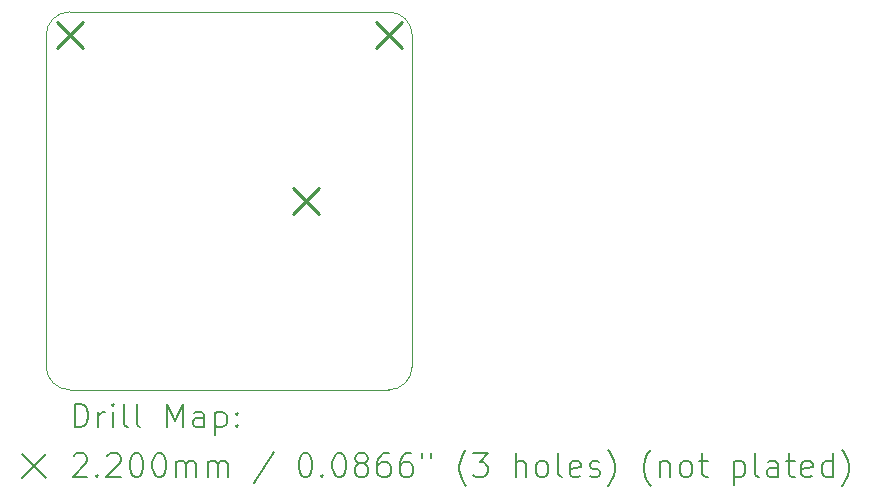
<source format=gbr>
%TF.GenerationSoftware,KiCad,Pcbnew,7.0.1*%
%TF.CreationDate,2023-07-15T02:44:38+02:00*%
%TF.ProjectId,ADS1115_POTENTIOMETER,41445331-3131-4355-9f50-4f54454e5449,1*%
%TF.SameCoordinates,Original*%
%TF.FileFunction,Drillmap*%
%TF.FilePolarity,Positive*%
%FSLAX45Y45*%
G04 Gerber Fmt 4.5, Leading zero omitted, Abs format (unit mm)*
G04 Created by KiCad (PCBNEW 7.0.1) date 2023-07-15 02:44:38*
%MOMM*%
%LPD*%
G01*
G04 APERTURE LIST*
%ADD10C,0.100000*%
%ADD11C,0.200000*%
%ADD12C,0.220000*%
G04 APERTURE END LIST*
D10*
X8839545Y-4881037D02*
X8839545Y-7681036D01*
X11739545Y-4681037D02*
X9039545Y-4681037D01*
X11939545Y-7681036D02*
X11939545Y-4881037D01*
X9039545Y-7881036D02*
X11739545Y-7881036D01*
X8839545Y-7681036D02*
G75*
G03*
X9039545Y-7881036I200000J0D01*
G01*
X11739545Y-7881036D02*
G75*
G03*
X11939545Y-7681036I0J200000D01*
G01*
X11939545Y-4881037D02*
G75*
G03*
X11739545Y-4681037I-200000J0D01*
G01*
X9039545Y-4681037D02*
G75*
G03*
X8839545Y-4881037I0J-200000D01*
G01*
D11*
D12*
X8929545Y-4771037D02*
X9149545Y-4991037D01*
X9149545Y-4771037D02*
X8929545Y-4991037D01*
X10930795Y-6171786D02*
X11150795Y-6391786D01*
X11150795Y-6171786D02*
X10930795Y-6391786D01*
X11629545Y-4771037D02*
X11849545Y-4991037D01*
X11849545Y-4771037D02*
X11629545Y-4991037D01*
D11*
X9082164Y-8198560D02*
X9082164Y-7998560D01*
X9082164Y-7998560D02*
X9129783Y-7998560D01*
X9129783Y-7998560D02*
X9158355Y-8008084D01*
X9158355Y-8008084D02*
X9177402Y-8027132D01*
X9177402Y-8027132D02*
X9186926Y-8046179D01*
X9186926Y-8046179D02*
X9196450Y-8084274D01*
X9196450Y-8084274D02*
X9196450Y-8112846D01*
X9196450Y-8112846D02*
X9186926Y-8150941D01*
X9186926Y-8150941D02*
X9177402Y-8169989D01*
X9177402Y-8169989D02*
X9158355Y-8189036D01*
X9158355Y-8189036D02*
X9129783Y-8198560D01*
X9129783Y-8198560D02*
X9082164Y-8198560D01*
X9282164Y-8198560D02*
X9282164Y-8065227D01*
X9282164Y-8103322D02*
X9291688Y-8084274D01*
X9291688Y-8084274D02*
X9301212Y-8074751D01*
X9301212Y-8074751D02*
X9320259Y-8065227D01*
X9320259Y-8065227D02*
X9339307Y-8065227D01*
X9405974Y-8198560D02*
X9405974Y-8065227D01*
X9405974Y-7998560D02*
X9396450Y-8008084D01*
X9396450Y-8008084D02*
X9405974Y-8017608D01*
X9405974Y-8017608D02*
X9415498Y-8008084D01*
X9415498Y-8008084D02*
X9405974Y-7998560D01*
X9405974Y-7998560D02*
X9405974Y-8017608D01*
X9529783Y-8198560D02*
X9510736Y-8189036D01*
X9510736Y-8189036D02*
X9501212Y-8169989D01*
X9501212Y-8169989D02*
X9501212Y-7998560D01*
X9634545Y-8198560D02*
X9615498Y-8189036D01*
X9615498Y-8189036D02*
X9605974Y-8169989D01*
X9605974Y-8169989D02*
X9605974Y-7998560D01*
X9863117Y-8198560D02*
X9863117Y-7998560D01*
X9863117Y-7998560D02*
X9929783Y-8141417D01*
X9929783Y-8141417D02*
X9996450Y-7998560D01*
X9996450Y-7998560D02*
X9996450Y-8198560D01*
X10177402Y-8198560D02*
X10177402Y-8093798D01*
X10177402Y-8093798D02*
X10167879Y-8074751D01*
X10167879Y-8074751D02*
X10148831Y-8065227D01*
X10148831Y-8065227D02*
X10110736Y-8065227D01*
X10110736Y-8065227D02*
X10091688Y-8074751D01*
X10177402Y-8189036D02*
X10158355Y-8198560D01*
X10158355Y-8198560D02*
X10110736Y-8198560D01*
X10110736Y-8198560D02*
X10091688Y-8189036D01*
X10091688Y-8189036D02*
X10082164Y-8169989D01*
X10082164Y-8169989D02*
X10082164Y-8150941D01*
X10082164Y-8150941D02*
X10091688Y-8131894D01*
X10091688Y-8131894D02*
X10110736Y-8122370D01*
X10110736Y-8122370D02*
X10158355Y-8122370D01*
X10158355Y-8122370D02*
X10177402Y-8112846D01*
X10272640Y-8065227D02*
X10272640Y-8265227D01*
X10272640Y-8074751D02*
X10291688Y-8065227D01*
X10291688Y-8065227D02*
X10329783Y-8065227D01*
X10329783Y-8065227D02*
X10348831Y-8074751D01*
X10348831Y-8074751D02*
X10358355Y-8084274D01*
X10358355Y-8084274D02*
X10367879Y-8103322D01*
X10367879Y-8103322D02*
X10367879Y-8160465D01*
X10367879Y-8160465D02*
X10358355Y-8179513D01*
X10358355Y-8179513D02*
X10348831Y-8189036D01*
X10348831Y-8189036D02*
X10329783Y-8198560D01*
X10329783Y-8198560D02*
X10291688Y-8198560D01*
X10291688Y-8198560D02*
X10272640Y-8189036D01*
X10453593Y-8179513D02*
X10463117Y-8189036D01*
X10463117Y-8189036D02*
X10453593Y-8198560D01*
X10453593Y-8198560D02*
X10444069Y-8189036D01*
X10444069Y-8189036D02*
X10453593Y-8179513D01*
X10453593Y-8179513D02*
X10453593Y-8198560D01*
X10453593Y-8074751D02*
X10463117Y-8084274D01*
X10463117Y-8084274D02*
X10453593Y-8093798D01*
X10453593Y-8093798D02*
X10444069Y-8084274D01*
X10444069Y-8084274D02*
X10453593Y-8074751D01*
X10453593Y-8074751D02*
X10453593Y-8093798D01*
X8634545Y-8426037D02*
X8834545Y-8626037D01*
X8834545Y-8426037D02*
X8634545Y-8626037D01*
X9072640Y-8437608D02*
X9082164Y-8428084D01*
X9082164Y-8428084D02*
X9101212Y-8418560D01*
X9101212Y-8418560D02*
X9148831Y-8418560D01*
X9148831Y-8418560D02*
X9167879Y-8428084D01*
X9167879Y-8428084D02*
X9177402Y-8437608D01*
X9177402Y-8437608D02*
X9186926Y-8456656D01*
X9186926Y-8456656D02*
X9186926Y-8475703D01*
X9186926Y-8475703D02*
X9177402Y-8504275D01*
X9177402Y-8504275D02*
X9063117Y-8618560D01*
X9063117Y-8618560D02*
X9186926Y-8618560D01*
X9272640Y-8599513D02*
X9282164Y-8609037D01*
X9282164Y-8609037D02*
X9272640Y-8618560D01*
X9272640Y-8618560D02*
X9263117Y-8609037D01*
X9263117Y-8609037D02*
X9272640Y-8599513D01*
X9272640Y-8599513D02*
X9272640Y-8618560D01*
X9358355Y-8437608D02*
X9367879Y-8428084D01*
X9367879Y-8428084D02*
X9386926Y-8418560D01*
X9386926Y-8418560D02*
X9434545Y-8418560D01*
X9434545Y-8418560D02*
X9453593Y-8428084D01*
X9453593Y-8428084D02*
X9463117Y-8437608D01*
X9463117Y-8437608D02*
X9472640Y-8456656D01*
X9472640Y-8456656D02*
X9472640Y-8475703D01*
X9472640Y-8475703D02*
X9463117Y-8504275D01*
X9463117Y-8504275D02*
X9348831Y-8618560D01*
X9348831Y-8618560D02*
X9472640Y-8618560D01*
X9596450Y-8418560D02*
X9615498Y-8418560D01*
X9615498Y-8418560D02*
X9634545Y-8428084D01*
X9634545Y-8428084D02*
X9644069Y-8437608D01*
X9644069Y-8437608D02*
X9653593Y-8456656D01*
X9653593Y-8456656D02*
X9663117Y-8494751D01*
X9663117Y-8494751D02*
X9663117Y-8542370D01*
X9663117Y-8542370D02*
X9653593Y-8580465D01*
X9653593Y-8580465D02*
X9644069Y-8599513D01*
X9644069Y-8599513D02*
X9634545Y-8609037D01*
X9634545Y-8609037D02*
X9615498Y-8618560D01*
X9615498Y-8618560D02*
X9596450Y-8618560D01*
X9596450Y-8618560D02*
X9577402Y-8609037D01*
X9577402Y-8609037D02*
X9567879Y-8599513D01*
X9567879Y-8599513D02*
X9558355Y-8580465D01*
X9558355Y-8580465D02*
X9548831Y-8542370D01*
X9548831Y-8542370D02*
X9548831Y-8494751D01*
X9548831Y-8494751D02*
X9558355Y-8456656D01*
X9558355Y-8456656D02*
X9567879Y-8437608D01*
X9567879Y-8437608D02*
X9577402Y-8428084D01*
X9577402Y-8428084D02*
X9596450Y-8418560D01*
X9786926Y-8418560D02*
X9805974Y-8418560D01*
X9805974Y-8418560D02*
X9825021Y-8428084D01*
X9825021Y-8428084D02*
X9834545Y-8437608D01*
X9834545Y-8437608D02*
X9844069Y-8456656D01*
X9844069Y-8456656D02*
X9853593Y-8494751D01*
X9853593Y-8494751D02*
X9853593Y-8542370D01*
X9853593Y-8542370D02*
X9844069Y-8580465D01*
X9844069Y-8580465D02*
X9834545Y-8599513D01*
X9834545Y-8599513D02*
X9825021Y-8609037D01*
X9825021Y-8609037D02*
X9805974Y-8618560D01*
X9805974Y-8618560D02*
X9786926Y-8618560D01*
X9786926Y-8618560D02*
X9767879Y-8609037D01*
X9767879Y-8609037D02*
X9758355Y-8599513D01*
X9758355Y-8599513D02*
X9748831Y-8580465D01*
X9748831Y-8580465D02*
X9739307Y-8542370D01*
X9739307Y-8542370D02*
X9739307Y-8494751D01*
X9739307Y-8494751D02*
X9748831Y-8456656D01*
X9748831Y-8456656D02*
X9758355Y-8437608D01*
X9758355Y-8437608D02*
X9767879Y-8428084D01*
X9767879Y-8428084D02*
X9786926Y-8418560D01*
X9939307Y-8618560D02*
X9939307Y-8485227D01*
X9939307Y-8504275D02*
X9948831Y-8494751D01*
X9948831Y-8494751D02*
X9967879Y-8485227D01*
X9967879Y-8485227D02*
X9996450Y-8485227D01*
X9996450Y-8485227D02*
X10015498Y-8494751D01*
X10015498Y-8494751D02*
X10025021Y-8513798D01*
X10025021Y-8513798D02*
X10025021Y-8618560D01*
X10025021Y-8513798D02*
X10034545Y-8494751D01*
X10034545Y-8494751D02*
X10053593Y-8485227D01*
X10053593Y-8485227D02*
X10082164Y-8485227D01*
X10082164Y-8485227D02*
X10101212Y-8494751D01*
X10101212Y-8494751D02*
X10110736Y-8513798D01*
X10110736Y-8513798D02*
X10110736Y-8618560D01*
X10205974Y-8618560D02*
X10205974Y-8485227D01*
X10205974Y-8504275D02*
X10215498Y-8494751D01*
X10215498Y-8494751D02*
X10234545Y-8485227D01*
X10234545Y-8485227D02*
X10263117Y-8485227D01*
X10263117Y-8485227D02*
X10282164Y-8494751D01*
X10282164Y-8494751D02*
X10291688Y-8513798D01*
X10291688Y-8513798D02*
X10291688Y-8618560D01*
X10291688Y-8513798D02*
X10301212Y-8494751D01*
X10301212Y-8494751D02*
X10320260Y-8485227D01*
X10320260Y-8485227D02*
X10348831Y-8485227D01*
X10348831Y-8485227D02*
X10367879Y-8494751D01*
X10367879Y-8494751D02*
X10377402Y-8513798D01*
X10377402Y-8513798D02*
X10377402Y-8618560D01*
X10767879Y-8409037D02*
X10596450Y-8666179D01*
X11025022Y-8418560D02*
X11044069Y-8418560D01*
X11044069Y-8418560D02*
X11063117Y-8428084D01*
X11063117Y-8428084D02*
X11072641Y-8437608D01*
X11072641Y-8437608D02*
X11082164Y-8456656D01*
X11082164Y-8456656D02*
X11091688Y-8494751D01*
X11091688Y-8494751D02*
X11091688Y-8542370D01*
X11091688Y-8542370D02*
X11082164Y-8580465D01*
X11082164Y-8580465D02*
X11072641Y-8599513D01*
X11072641Y-8599513D02*
X11063117Y-8609037D01*
X11063117Y-8609037D02*
X11044069Y-8618560D01*
X11044069Y-8618560D02*
X11025022Y-8618560D01*
X11025022Y-8618560D02*
X11005974Y-8609037D01*
X11005974Y-8609037D02*
X10996450Y-8599513D01*
X10996450Y-8599513D02*
X10986926Y-8580465D01*
X10986926Y-8580465D02*
X10977403Y-8542370D01*
X10977403Y-8542370D02*
X10977403Y-8494751D01*
X10977403Y-8494751D02*
X10986926Y-8456656D01*
X10986926Y-8456656D02*
X10996450Y-8437608D01*
X10996450Y-8437608D02*
X11005974Y-8428084D01*
X11005974Y-8428084D02*
X11025022Y-8418560D01*
X11177403Y-8599513D02*
X11186926Y-8609037D01*
X11186926Y-8609037D02*
X11177403Y-8618560D01*
X11177403Y-8618560D02*
X11167879Y-8609037D01*
X11167879Y-8609037D02*
X11177403Y-8599513D01*
X11177403Y-8599513D02*
X11177403Y-8618560D01*
X11310736Y-8418560D02*
X11329783Y-8418560D01*
X11329783Y-8418560D02*
X11348831Y-8428084D01*
X11348831Y-8428084D02*
X11358355Y-8437608D01*
X11358355Y-8437608D02*
X11367879Y-8456656D01*
X11367879Y-8456656D02*
X11377402Y-8494751D01*
X11377402Y-8494751D02*
X11377402Y-8542370D01*
X11377402Y-8542370D02*
X11367879Y-8580465D01*
X11367879Y-8580465D02*
X11358355Y-8599513D01*
X11358355Y-8599513D02*
X11348831Y-8609037D01*
X11348831Y-8609037D02*
X11329783Y-8618560D01*
X11329783Y-8618560D02*
X11310736Y-8618560D01*
X11310736Y-8618560D02*
X11291688Y-8609037D01*
X11291688Y-8609037D02*
X11282164Y-8599513D01*
X11282164Y-8599513D02*
X11272641Y-8580465D01*
X11272641Y-8580465D02*
X11263117Y-8542370D01*
X11263117Y-8542370D02*
X11263117Y-8494751D01*
X11263117Y-8494751D02*
X11272641Y-8456656D01*
X11272641Y-8456656D02*
X11282164Y-8437608D01*
X11282164Y-8437608D02*
X11291688Y-8428084D01*
X11291688Y-8428084D02*
X11310736Y-8418560D01*
X11491688Y-8504275D02*
X11472641Y-8494751D01*
X11472641Y-8494751D02*
X11463117Y-8485227D01*
X11463117Y-8485227D02*
X11453593Y-8466179D01*
X11453593Y-8466179D02*
X11453593Y-8456656D01*
X11453593Y-8456656D02*
X11463117Y-8437608D01*
X11463117Y-8437608D02*
X11472641Y-8428084D01*
X11472641Y-8428084D02*
X11491688Y-8418560D01*
X11491688Y-8418560D02*
X11529783Y-8418560D01*
X11529783Y-8418560D02*
X11548831Y-8428084D01*
X11548831Y-8428084D02*
X11558355Y-8437608D01*
X11558355Y-8437608D02*
X11567879Y-8456656D01*
X11567879Y-8456656D02*
X11567879Y-8466179D01*
X11567879Y-8466179D02*
X11558355Y-8485227D01*
X11558355Y-8485227D02*
X11548831Y-8494751D01*
X11548831Y-8494751D02*
X11529783Y-8504275D01*
X11529783Y-8504275D02*
X11491688Y-8504275D01*
X11491688Y-8504275D02*
X11472641Y-8513798D01*
X11472641Y-8513798D02*
X11463117Y-8523322D01*
X11463117Y-8523322D02*
X11453593Y-8542370D01*
X11453593Y-8542370D02*
X11453593Y-8580465D01*
X11453593Y-8580465D02*
X11463117Y-8599513D01*
X11463117Y-8599513D02*
X11472641Y-8609037D01*
X11472641Y-8609037D02*
X11491688Y-8618560D01*
X11491688Y-8618560D02*
X11529783Y-8618560D01*
X11529783Y-8618560D02*
X11548831Y-8609037D01*
X11548831Y-8609037D02*
X11558355Y-8599513D01*
X11558355Y-8599513D02*
X11567879Y-8580465D01*
X11567879Y-8580465D02*
X11567879Y-8542370D01*
X11567879Y-8542370D02*
X11558355Y-8523322D01*
X11558355Y-8523322D02*
X11548831Y-8513798D01*
X11548831Y-8513798D02*
X11529783Y-8504275D01*
X11739307Y-8418560D02*
X11701212Y-8418560D01*
X11701212Y-8418560D02*
X11682164Y-8428084D01*
X11682164Y-8428084D02*
X11672641Y-8437608D01*
X11672641Y-8437608D02*
X11653593Y-8466179D01*
X11653593Y-8466179D02*
X11644069Y-8504275D01*
X11644069Y-8504275D02*
X11644069Y-8580465D01*
X11644069Y-8580465D02*
X11653593Y-8599513D01*
X11653593Y-8599513D02*
X11663117Y-8609037D01*
X11663117Y-8609037D02*
X11682164Y-8618560D01*
X11682164Y-8618560D02*
X11720260Y-8618560D01*
X11720260Y-8618560D02*
X11739307Y-8609037D01*
X11739307Y-8609037D02*
X11748831Y-8599513D01*
X11748831Y-8599513D02*
X11758355Y-8580465D01*
X11758355Y-8580465D02*
X11758355Y-8532846D01*
X11758355Y-8532846D02*
X11748831Y-8513798D01*
X11748831Y-8513798D02*
X11739307Y-8504275D01*
X11739307Y-8504275D02*
X11720260Y-8494751D01*
X11720260Y-8494751D02*
X11682164Y-8494751D01*
X11682164Y-8494751D02*
X11663117Y-8504275D01*
X11663117Y-8504275D02*
X11653593Y-8513798D01*
X11653593Y-8513798D02*
X11644069Y-8532846D01*
X11929783Y-8418560D02*
X11891688Y-8418560D01*
X11891688Y-8418560D02*
X11872641Y-8428084D01*
X11872641Y-8428084D02*
X11863117Y-8437608D01*
X11863117Y-8437608D02*
X11844069Y-8466179D01*
X11844069Y-8466179D02*
X11834545Y-8504275D01*
X11834545Y-8504275D02*
X11834545Y-8580465D01*
X11834545Y-8580465D02*
X11844069Y-8599513D01*
X11844069Y-8599513D02*
X11853593Y-8609037D01*
X11853593Y-8609037D02*
X11872641Y-8618560D01*
X11872641Y-8618560D02*
X11910736Y-8618560D01*
X11910736Y-8618560D02*
X11929783Y-8609037D01*
X11929783Y-8609037D02*
X11939307Y-8599513D01*
X11939307Y-8599513D02*
X11948831Y-8580465D01*
X11948831Y-8580465D02*
X11948831Y-8532846D01*
X11948831Y-8532846D02*
X11939307Y-8513798D01*
X11939307Y-8513798D02*
X11929783Y-8504275D01*
X11929783Y-8504275D02*
X11910736Y-8494751D01*
X11910736Y-8494751D02*
X11872641Y-8494751D01*
X11872641Y-8494751D02*
X11853593Y-8504275D01*
X11853593Y-8504275D02*
X11844069Y-8513798D01*
X11844069Y-8513798D02*
X11834545Y-8532846D01*
X12025022Y-8418560D02*
X12025022Y-8456656D01*
X12101212Y-8418560D02*
X12101212Y-8456656D01*
X12396450Y-8694751D02*
X12386926Y-8685227D01*
X12386926Y-8685227D02*
X12367879Y-8656656D01*
X12367879Y-8656656D02*
X12358355Y-8637608D01*
X12358355Y-8637608D02*
X12348831Y-8609037D01*
X12348831Y-8609037D02*
X12339307Y-8561417D01*
X12339307Y-8561417D02*
X12339307Y-8523322D01*
X12339307Y-8523322D02*
X12348831Y-8475703D01*
X12348831Y-8475703D02*
X12358355Y-8447132D01*
X12358355Y-8447132D02*
X12367879Y-8428084D01*
X12367879Y-8428084D02*
X12386926Y-8399513D01*
X12386926Y-8399513D02*
X12396450Y-8389989D01*
X12453593Y-8418560D02*
X12577403Y-8418560D01*
X12577403Y-8418560D02*
X12510736Y-8494751D01*
X12510736Y-8494751D02*
X12539307Y-8494751D01*
X12539307Y-8494751D02*
X12558355Y-8504275D01*
X12558355Y-8504275D02*
X12567879Y-8513798D01*
X12567879Y-8513798D02*
X12577403Y-8532846D01*
X12577403Y-8532846D02*
X12577403Y-8580465D01*
X12577403Y-8580465D02*
X12567879Y-8599513D01*
X12567879Y-8599513D02*
X12558355Y-8609037D01*
X12558355Y-8609037D02*
X12539307Y-8618560D01*
X12539307Y-8618560D02*
X12482164Y-8618560D01*
X12482164Y-8618560D02*
X12463117Y-8609037D01*
X12463117Y-8609037D02*
X12453593Y-8599513D01*
X12815498Y-8618560D02*
X12815498Y-8418560D01*
X12901212Y-8618560D02*
X12901212Y-8513798D01*
X12901212Y-8513798D02*
X12891688Y-8494751D01*
X12891688Y-8494751D02*
X12872641Y-8485227D01*
X12872641Y-8485227D02*
X12844069Y-8485227D01*
X12844069Y-8485227D02*
X12825022Y-8494751D01*
X12825022Y-8494751D02*
X12815498Y-8504275D01*
X13025022Y-8618560D02*
X13005974Y-8609037D01*
X13005974Y-8609037D02*
X12996450Y-8599513D01*
X12996450Y-8599513D02*
X12986926Y-8580465D01*
X12986926Y-8580465D02*
X12986926Y-8523322D01*
X12986926Y-8523322D02*
X12996450Y-8504275D01*
X12996450Y-8504275D02*
X13005974Y-8494751D01*
X13005974Y-8494751D02*
X13025022Y-8485227D01*
X13025022Y-8485227D02*
X13053593Y-8485227D01*
X13053593Y-8485227D02*
X13072641Y-8494751D01*
X13072641Y-8494751D02*
X13082165Y-8504275D01*
X13082165Y-8504275D02*
X13091688Y-8523322D01*
X13091688Y-8523322D02*
X13091688Y-8580465D01*
X13091688Y-8580465D02*
X13082165Y-8599513D01*
X13082165Y-8599513D02*
X13072641Y-8609037D01*
X13072641Y-8609037D02*
X13053593Y-8618560D01*
X13053593Y-8618560D02*
X13025022Y-8618560D01*
X13205974Y-8618560D02*
X13186926Y-8609037D01*
X13186926Y-8609037D02*
X13177403Y-8589989D01*
X13177403Y-8589989D02*
X13177403Y-8418560D01*
X13358355Y-8609037D02*
X13339307Y-8618560D01*
X13339307Y-8618560D02*
X13301212Y-8618560D01*
X13301212Y-8618560D02*
X13282165Y-8609037D01*
X13282165Y-8609037D02*
X13272641Y-8589989D01*
X13272641Y-8589989D02*
X13272641Y-8513798D01*
X13272641Y-8513798D02*
X13282165Y-8494751D01*
X13282165Y-8494751D02*
X13301212Y-8485227D01*
X13301212Y-8485227D02*
X13339307Y-8485227D01*
X13339307Y-8485227D02*
X13358355Y-8494751D01*
X13358355Y-8494751D02*
X13367879Y-8513798D01*
X13367879Y-8513798D02*
X13367879Y-8532846D01*
X13367879Y-8532846D02*
X13272641Y-8551894D01*
X13444069Y-8609037D02*
X13463117Y-8618560D01*
X13463117Y-8618560D02*
X13501212Y-8618560D01*
X13501212Y-8618560D02*
X13520260Y-8609037D01*
X13520260Y-8609037D02*
X13529784Y-8589989D01*
X13529784Y-8589989D02*
X13529784Y-8580465D01*
X13529784Y-8580465D02*
X13520260Y-8561417D01*
X13520260Y-8561417D02*
X13501212Y-8551894D01*
X13501212Y-8551894D02*
X13472641Y-8551894D01*
X13472641Y-8551894D02*
X13453593Y-8542370D01*
X13453593Y-8542370D02*
X13444069Y-8523322D01*
X13444069Y-8523322D02*
X13444069Y-8513798D01*
X13444069Y-8513798D02*
X13453593Y-8494751D01*
X13453593Y-8494751D02*
X13472641Y-8485227D01*
X13472641Y-8485227D02*
X13501212Y-8485227D01*
X13501212Y-8485227D02*
X13520260Y-8494751D01*
X13596450Y-8694751D02*
X13605974Y-8685227D01*
X13605974Y-8685227D02*
X13625022Y-8656656D01*
X13625022Y-8656656D02*
X13634546Y-8637608D01*
X13634546Y-8637608D02*
X13644069Y-8609037D01*
X13644069Y-8609037D02*
X13653593Y-8561417D01*
X13653593Y-8561417D02*
X13653593Y-8523322D01*
X13653593Y-8523322D02*
X13644069Y-8475703D01*
X13644069Y-8475703D02*
X13634546Y-8447132D01*
X13634546Y-8447132D02*
X13625022Y-8428084D01*
X13625022Y-8428084D02*
X13605974Y-8399513D01*
X13605974Y-8399513D02*
X13596450Y-8389989D01*
X13958355Y-8694751D02*
X13948831Y-8685227D01*
X13948831Y-8685227D02*
X13929784Y-8656656D01*
X13929784Y-8656656D02*
X13920260Y-8637608D01*
X13920260Y-8637608D02*
X13910736Y-8609037D01*
X13910736Y-8609037D02*
X13901212Y-8561417D01*
X13901212Y-8561417D02*
X13901212Y-8523322D01*
X13901212Y-8523322D02*
X13910736Y-8475703D01*
X13910736Y-8475703D02*
X13920260Y-8447132D01*
X13920260Y-8447132D02*
X13929784Y-8428084D01*
X13929784Y-8428084D02*
X13948831Y-8399513D01*
X13948831Y-8399513D02*
X13958355Y-8389989D01*
X14034546Y-8485227D02*
X14034546Y-8618560D01*
X14034546Y-8504275D02*
X14044069Y-8494751D01*
X14044069Y-8494751D02*
X14063117Y-8485227D01*
X14063117Y-8485227D02*
X14091688Y-8485227D01*
X14091688Y-8485227D02*
X14110736Y-8494751D01*
X14110736Y-8494751D02*
X14120260Y-8513798D01*
X14120260Y-8513798D02*
X14120260Y-8618560D01*
X14244069Y-8618560D02*
X14225022Y-8609037D01*
X14225022Y-8609037D02*
X14215498Y-8599513D01*
X14215498Y-8599513D02*
X14205974Y-8580465D01*
X14205974Y-8580465D02*
X14205974Y-8523322D01*
X14205974Y-8523322D02*
X14215498Y-8504275D01*
X14215498Y-8504275D02*
X14225022Y-8494751D01*
X14225022Y-8494751D02*
X14244069Y-8485227D01*
X14244069Y-8485227D02*
X14272641Y-8485227D01*
X14272641Y-8485227D02*
X14291688Y-8494751D01*
X14291688Y-8494751D02*
X14301212Y-8504275D01*
X14301212Y-8504275D02*
X14310736Y-8523322D01*
X14310736Y-8523322D02*
X14310736Y-8580465D01*
X14310736Y-8580465D02*
X14301212Y-8599513D01*
X14301212Y-8599513D02*
X14291688Y-8609037D01*
X14291688Y-8609037D02*
X14272641Y-8618560D01*
X14272641Y-8618560D02*
X14244069Y-8618560D01*
X14367879Y-8485227D02*
X14444069Y-8485227D01*
X14396450Y-8418560D02*
X14396450Y-8589989D01*
X14396450Y-8589989D02*
X14405974Y-8609037D01*
X14405974Y-8609037D02*
X14425022Y-8618560D01*
X14425022Y-8618560D02*
X14444069Y-8618560D01*
X14663117Y-8485227D02*
X14663117Y-8685227D01*
X14663117Y-8494751D02*
X14682165Y-8485227D01*
X14682165Y-8485227D02*
X14720260Y-8485227D01*
X14720260Y-8485227D02*
X14739308Y-8494751D01*
X14739308Y-8494751D02*
X14748831Y-8504275D01*
X14748831Y-8504275D02*
X14758355Y-8523322D01*
X14758355Y-8523322D02*
X14758355Y-8580465D01*
X14758355Y-8580465D02*
X14748831Y-8599513D01*
X14748831Y-8599513D02*
X14739308Y-8609037D01*
X14739308Y-8609037D02*
X14720260Y-8618560D01*
X14720260Y-8618560D02*
X14682165Y-8618560D01*
X14682165Y-8618560D02*
X14663117Y-8609037D01*
X14872641Y-8618560D02*
X14853593Y-8609037D01*
X14853593Y-8609037D02*
X14844069Y-8589989D01*
X14844069Y-8589989D02*
X14844069Y-8418560D01*
X15034546Y-8618560D02*
X15034546Y-8513798D01*
X15034546Y-8513798D02*
X15025022Y-8494751D01*
X15025022Y-8494751D02*
X15005974Y-8485227D01*
X15005974Y-8485227D02*
X14967879Y-8485227D01*
X14967879Y-8485227D02*
X14948831Y-8494751D01*
X15034546Y-8609037D02*
X15015498Y-8618560D01*
X15015498Y-8618560D02*
X14967879Y-8618560D01*
X14967879Y-8618560D02*
X14948831Y-8609037D01*
X14948831Y-8609037D02*
X14939308Y-8589989D01*
X14939308Y-8589989D02*
X14939308Y-8570941D01*
X14939308Y-8570941D02*
X14948831Y-8551894D01*
X14948831Y-8551894D02*
X14967879Y-8542370D01*
X14967879Y-8542370D02*
X15015498Y-8542370D01*
X15015498Y-8542370D02*
X15034546Y-8532846D01*
X15101212Y-8485227D02*
X15177403Y-8485227D01*
X15129784Y-8418560D02*
X15129784Y-8589989D01*
X15129784Y-8589989D02*
X15139308Y-8609037D01*
X15139308Y-8609037D02*
X15158355Y-8618560D01*
X15158355Y-8618560D02*
X15177403Y-8618560D01*
X15320260Y-8609037D02*
X15301212Y-8618560D01*
X15301212Y-8618560D02*
X15263117Y-8618560D01*
X15263117Y-8618560D02*
X15244069Y-8609037D01*
X15244069Y-8609037D02*
X15234546Y-8589989D01*
X15234546Y-8589989D02*
X15234546Y-8513798D01*
X15234546Y-8513798D02*
X15244069Y-8494751D01*
X15244069Y-8494751D02*
X15263117Y-8485227D01*
X15263117Y-8485227D02*
X15301212Y-8485227D01*
X15301212Y-8485227D02*
X15320260Y-8494751D01*
X15320260Y-8494751D02*
X15329784Y-8513798D01*
X15329784Y-8513798D02*
X15329784Y-8532846D01*
X15329784Y-8532846D02*
X15234546Y-8551894D01*
X15501212Y-8618560D02*
X15501212Y-8418560D01*
X15501212Y-8609037D02*
X15482165Y-8618560D01*
X15482165Y-8618560D02*
X15444069Y-8618560D01*
X15444069Y-8618560D02*
X15425022Y-8609037D01*
X15425022Y-8609037D02*
X15415498Y-8599513D01*
X15415498Y-8599513D02*
X15405974Y-8580465D01*
X15405974Y-8580465D02*
X15405974Y-8523322D01*
X15405974Y-8523322D02*
X15415498Y-8504275D01*
X15415498Y-8504275D02*
X15425022Y-8494751D01*
X15425022Y-8494751D02*
X15444069Y-8485227D01*
X15444069Y-8485227D02*
X15482165Y-8485227D01*
X15482165Y-8485227D02*
X15501212Y-8494751D01*
X15577403Y-8694751D02*
X15586927Y-8685227D01*
X15586927Y-8685227D02*
X15605974Y-8656656D01*
X15605974Y-8656656D02*
X15615498Y-8637608D01*
X15615498Y-8637608D02*
X15625022Y-8609037D01*
X15625022Y-8609037D02*
X15634546Y-8561417D01*
X15634546Y-8561417D02*
X15634546Y-8523322D01*
X15634546Y-8523322D02*
X15625022Y-8475703D01*
X15625022Y-8475703D02*
X15615498Y-8447132D01*
X15615498Y-8447132D02*
X15605974Y-8428084D01*
X15605974Y-8428084D02*
X15586927Y-8399513D01*
X15586927Y-8399513D02*
X15577403Y-8389989D01*
M02*

</source>
